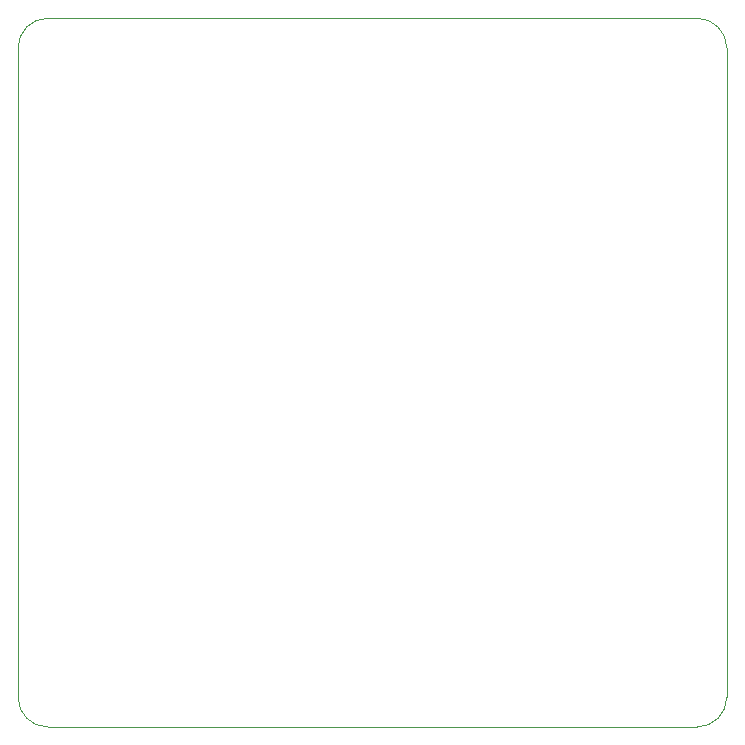
<source format=gbr>
%TF.GenerationSoftware,KiCad,Pcbnew,(5.1.7)-1*%
%TF.CreationDate,2021-02-10T20:21:02+01:00*%
%TF.ProjectId,ad57_adapter,61643537-5f61-4646-9170-7465722e6b69,rev?*%
%TF.SameCoordinates,Original*%
%TF.FileFunction,Profile,NP*%
%FSLAX46Y46*%
G04 Gerber Fmt 4.6, Leading zero omitted, Abs format (unit mm)*
G04 Created by KiCad (PCBNEW (5.1.7)-1) date 2021-02-10 20:21:02*
%MOMM*%
%LPD*%
G01*
G04 APERTURE LIST*
%TA.AperFunction,Profile*%
%ADD10C,0.050000*%
%TD*%
G04 APERTURE END LIST*
D10*
X184500000Y-120500000D02*
G75*
G02*
X182000000Y-123000000I-2500000J0D01*
G01*
X127000000Y-123000000D02*
G75*
G02*
X124500000Y-120500000I0J2500000D01*
G01*
X124500000Y-65500000D02*
G75*
G02*
X127000000Y-63000000I2500000J0D01*
G01*
X182000000Y-63000000D02*
G75*
G02*
X184500000Y-65500000I0J-2500000D01*
G01*
X124500000Y-120500000D02*
X124500000Y-65500000D01*
X182000000Y-123000000D02*
X127000000Y-123000000D01*
X184500000Y-65500000D02*
X184500000Y-120500000D01*
X127000000Y-63000000D02*
X182000000Y-63000000D01*
M02*

</source>
